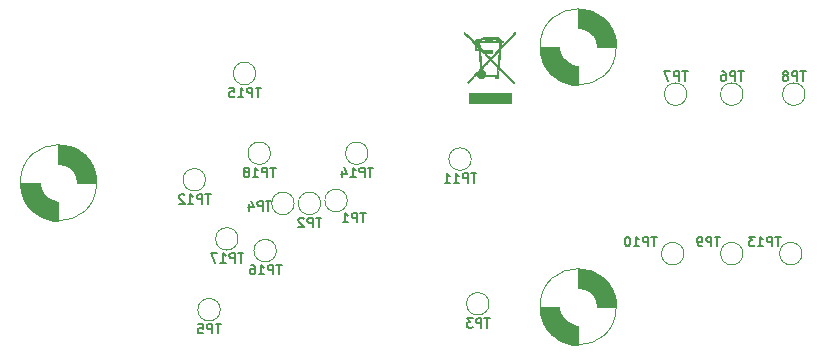
<source format=gbo>
G04 #@! TF.GenerationSoftware,KiCad,Pcbnew,6.0.9-8da3e8f707~116~ubuntu20.04.1*
G04 #@! TF.CreationDate,2023-05-05T17:22:20+00:00*
G04 #@! TF.ProjectId,LEC009002,4c454330-3039-4303-9032-2e6b69636164,rev?*
G04 #@! TF.SameCoordinates,Original*
G04 #@! TF.FileFunction,Legend,Bot*
G04 #@! TF.FilePolarity,Positive*
%FSLAX46Y46*%
G04 Gerber Fmt 4.6, Leading zero omitted, Abs format (unit mm)*
G04 Created by KiCad (PCBNEW 6.0.9-8da3e8f707~116~ubuntu20.04.1) date 2023-05-05 17:22:20*
%MOMM*%
%LPD*%
G01*
G04 APERTURE LIST*
%ADD10C,0.150000*%
%ADD11C,0.120000*%
%ADD12C,0.010000*%
G04 APERTURE END LIST*
D10*
G04 #@! TO.C,TP5*
X64759523Y-48959904D02*
X64302380Y-48959904D01*
X64530952Y-49759904D02*
X64530952Y-48959904D01*
X64035714Y-49759904D02*
X64035714Y-48959904D01*
X63730952Y-48959904D01*
X63654761Y-48998000D01*
X63616666Y-49036095D01*
X63578571Y-49112285D01*
X63578571Y-49226571D01*
X63616666Y-49302761D01*
X63654761Y-49340857D01*
X63730952Y-49378952D01*
X64035714Y-49378952D01*
X62854761Y-48959904D02*
X63235714Y-48959904D01*
X63273809Y-49340857D01*
X63235714Y-49302761D01*
X63159523Y-49264666D01*
X62969047Y-49264666D01*
X62892857Y-49302761D01*
X62854761Y-49340857D01*
X62816666Y-49417047D01*
X62816666Y-49607523D01*
X62854761Y-49683714D01*
X62892857Y-49721809D01*
X62969047Y-49759904D01*
X63159523Y-49759904D01*
X63235714Y-49721809D01*
X63273809Y-49683714D01*
G04 #@! TO.C,TP6*
X109009523Y-27561904D02*
X108552380Y-27561904D01*
X108780952Y-28361904D02*
X108780952Y-27561904D01*
X108285714Y-28361904D02*
X108285714Y-27561904D01*
X107980952Y-27561904D01*
X107904761Y-27600000D01*
X107866666Y-27638095D01*
X107828571Y-27714285D01*
X107828571Y-27828571D01*
X107866666Y-27904761D01*
X107904761Y-27942857D01*
X107980952Y-27980952D01*
X108285714Y-27980952D01*
X107142857Y-27561904D02*
X107295238Y-27561904D01*
X107371428Y-27600000D01*
X107409523Y-27638095D01*
X107485714Y-27752380D01*
X107523809Y-27904761D01*
X107523809Y-28209523D01*
X107485714Y-28285714D01*
X107447619Y-28323809D01*
X107371428Y-28361904D01*
X107219047Y-28361904D01*
X107142857Y-28323809D01*
X107104761Y-28285714D01*
X107066666Y-28209523D01*
X107066666Y-28019047D01*
X107104761Y-27942857D01*
X107142857Y-27904761D01*
X107219047Y-27866666D01*
X107371428Y-27866666D01*
X107447619Y-27904761D01*
X107485714Y-27942857D01*
X107523809Y-28019047D01*
G04 #@! TO.C,TP7*
X104259523Y-27561904D02*
X103802380Y-27561904D01*
X104030952Y-28361904D02*
X104030952Y-27561904D01*
X103535714Y-28361904D02*
X103535714Y-27561904D01*
X103230952Y-27561904D01*
X103154761Y-27600000D01*
X103116666Y-27638095D01*
X103078571Y-27714285D01*
X103078571Y-27828571D01*
X103116666Y-27904761D01*
X103154761Y-27942857D01*
X103230952Y-27980952D01*
X103535714Y-27980952D01*
X102811904Y-27561904D02*
X102278571Y-27561904D01*
X102621428Y-28361904D01*
G04 #@! TO.C,TP8*
X114259523Y-27561904D02*
X113802380Y-27561904D01*
X114030952Y-28361904D02*
X114030952Y-27561904D01*
X113535714Y-28361904D02*
X113535714Y-27561904D01*
X113230952Y-27561904D01*
X113154761Y-27600000D01*
X113116666Y-27638095D01*
X113078571Y-27714285D01*
X113078571Y-27828571D01*
X113116666Y-27904761D01*
X113154761Y-27942857D01*
X113230952Y-27980952D01*
X113535714Y-27980952D01*
X112621428Y-27904761D02*
X112697619Y-27866666D01*
X112735714Y-27828571D01*
X112773809Y-27752380D01*
X112773809Y-27714285D01*
X112735714Y-27638095D01*
X112697619Y-27600000D01*
X112621428Y-27561904D01*
X112469047Y-27561904D01*
X112392857Y-27600000D01*
X112354761Y-27638095D01*
X112316666Y-27714285D01*
X112316666Y-27752380D01*
X112354761Y-27828571D01*
X112392857Y-27866666D01*
X112469047Y-27904761D01*
X112621428Y-27904761D01*
X112697619Y-27942857D01*
X112735714Y-27980952D01*
X112773809Y-28057142D01*
X112773809Y-28209523D01*
X112735714Y-28285714D01*
X112697619Y-28323809D01*
X112621428Y-28361904D01*
X112469047Y-28361904D01*
X112392857Y-28323809D01*
X112354761Y-28285714D01*
X112316666Y-28209523D01*
X112316666Y-28057142D01*
X112354761Y-27980952D01*
X112392857Y-27942857D01*
X112469047Y-27904761D01*
G04 #@! TO.C,TP9*
X107009523Y-41561904D02*
X106552380Y-41561904D01*
X106780952Y-42361904D02*
X106780952Y-41561904D01*
X106285714Y-42361904D02*
X106285714Y-41561904D01*
X105980952Y-41561904D01*
X105904761Y-41600000D01*
X105866666Y-41638095D01*
X105828571Y-41714285D01*
X105828571Y-41828571D01*
X105866666Y-41904761D01*
X105904761Y-41942857D01*
X105980952Y-41980952D01*
X106285714Y-41980952D01*
X105447619Y-42361904D02*
X105295238Y-42361904D01*
X105219047Y-42323809D01*
X105180952Y-42285714D01*
X105104761Y-42171428D01*
X105066666Y-42019047D01*
X105066666Y-41714285D01*
X105104761Y-41638095D01*
X105142857Y-41600000D01*
X105219047Y-41561904D01*
X105371428Y-41561904D01*
X105447619Y-41600000D01*
X105485714Y-41638095D01*
X105523809Y-41714285D01*
X105523809Y-41904761D01*
X105485714Y-41980952D01*
X105447619Y-42019047D01*
X105371428Y-42057142D01*
X105219047Y-42057142D01*
X105142857Y-42019047D01*
X105104761Y-41980952D01*
X105066666Y-41904761D01*
G04 #@! TO.C,TP10*
X101640476Y-41561904D02*
X101183333Y-41561904D01*
X101411904Y-42361904D02*
X101411904Y-41561904D01*
X100916666Y-42361904D02*
X100916666Y-41561904D01*
X100611904Y-41561904D01*
X100535714Y-41600000D01*
X100497619Y-41638095D01*
X100459523Y-41714285D01*
X100459523Y-41828571D01*
X100497619Y-41904761D01*
X100535714Y-41942857D01*
X100611904Y-41980952D01*
X100916666Y-41980952D01*
X99697619Y-42361904D02*
X100154761Y-42361904D01*
X99926190Y-42361904D02*
X99926190Y-41561904D01*
X100002380Y-41676190D01*
X100078571Y-41752380D01*
X100154761Y-41790476D01*
X99202380Y-41561904D02*
X99126190Y-41561904D01*
X99050000Y-41600000D01*
X99011904Y-41638095D01*
X98973809Y-41714285D01*
X98935714Y-41866666D01*
X98935714Y-42057142D01*
X98973809Y-42209523D01*
X99011904Y-42285714D01*
X99050000Y-42323809D01*
X99126190Y-42361904D01*
X99202380Y-42361904D01*
X99278571Y-42323809D01*
X99316666Y-42285714D01*
X99354761Y-42209523D01*
X99392857Y-42057142D01*
X99392857Y-41866666D01*
X99354761Y-41714285D01*
X99316666Y-41638095D01*
X99278571Y-41600000D01*
X99202380Y-41561904D01*
G04 #@! TO.C,TP11*
X86390476Y-36209904D02*
X85933333Y-36209904D01*
X86161904Y-37009904D02*
X86161904Y-36209904D01*
X85666666Y-37009904D02*
X85666666Y-36209904D01*
X85361904Y-36209904D01*
X85285714Y-36248000D01*
X85247619Y-36286095D01*
X85209523Y-36362285D01*
X85209523Y-36476571D01*
X85247619Y-36552761D01*
X85285714Y-36590857D01*
X85361904Y-36628952D01*
X85666666Y-36628952D01*
X84447619Y-37009904D02*
X84904761Y-37009904D01*
X84676190Y-37009904D02*
X84676190Y-36209904D01*
X84752380Y-36324190D01*
X84828571Y-36400380D01*
X84904761Y-36438476D01*
X83685714Y-37009904D02*
X84142857Y-37009904D01*
X83914285Y-37009904D02*
X83914285Y-36209904D01*
X83990476Y-36324190D01*
X84066666Y-36400380D01*
X84142857Y-36438476D01*
G04 #@! TO.C,TP13*
X112140476Y-41561904D02*
X111683333Y-41561904D01*
X111911904Y-42361904D02*
X111911904Y-41561904D01*
X111416666Y-42361904D02*
X111416666Y-41561904D01*
X111111904Y-41561904D01*
X111035714Y-41600000D01*
X110997619Y-41638095D01*
X110959523Y-41714285D01*
X110959523Y-41828571D01*
X110997619Y-41904761D01*
X111035714Y-41942857D01*
X111111904Y-41980952D01*
X111416666Y-41980952D01*
X110197619Y-42361904D02*
X110654761Y-42361904D01*
X110426190Y-42361904D02*
X110426190Y-41561904D01*
X110502380Y-41676190D01*
X110578571Y-41752380D01*
X110654761Y-41790476D01*
X109930952Y-41561904D02*
X109435714Y-41561904D01*
X109702380Y-41866666D01*
X109588095Y-41866666D01*
X109511904Y-41904761D01*
X109473809Y-41942857D01*
X109435714Y-42019047D01*
X109435714Y-42209523D01*
X109473809Y-42285714D01*
X109511904Y-42323809D01*
X109588095Y-42361904D01*
X109816666Y-42361904D01*
X109892857Y-42323809D01*
X109930952Y-42285714D01*
G04 #@! TO.C,TP14*
X77640476Y-35709904D02*
X77183333Y-35709904D01*
X77411904Y-36509904D02*
X77411904Y-35709904D01*
X76916666Y-36509904D02*
X76916666Y-35709904D01*
X76611904Y-35709904D01*
X76535714Y-35748000D01*
X76497619Y-35786095D01*
X76459523Y-35862285D01*
X76459523Y-35976571D01*
X76497619Y-36052761D01*
X76535714Y-36090857D01*
X76611904Y-36128952D01*
X76916666Y-36128952D01*
X75697619Y-36509904D02*
X76154761Y-36509904D01*
X75926190Y-36509904D02*
X75926190Y-35709904D01*
X76002380Y-35824190D01*
X76078571Y-35900380D01*
X76154761Y-35938476D01*
X75011904Y-35976571D02*
X75011904Y-36509904D01*
X75202380Y-35671809D02*
X75392857Y-36243238D01*
X74897619Y-36243238D01*
G04 #@! TO.C,TP15*
X68140476Y-28959904D02*
X67683333Y-28959904D01*
X67911904Y-29759904D02*
X67911904Y-28959904D01*
X67416666Y-29759904D02*
X67416666Y-28959904D01*
X67111904Y-28959904D01*
X67035714Y-28998000D01*
X66997619Y-29036095D01*
X66959523Y-29112285D01*
X66959523Y-29226571D01*
X66997619Y-29302761D01*
X67035714Y-29340857D01*
X67111904Y-29378952D01*
X67416666Y-29378952D01*
X66197619Y-29759904D02*
X66654761Y-29759904D01*
X66426190Y-29759904D02*
X66426190Y-28959904D01*
X66502380Y-29074190D01*
X66578571Y-29150380D01*
X66654761Y-29188476D01*
X65473809Y-28959904D02*
X65854761Y-28959904D01*
X65892857Y-29340857D01*
X65854761Y-29302761D01*
X65778571Y-29264666D01*
X65588095Y-29264666D01*
X65511904Y-29302761D01*
X65473809Y-29340857D01*
X65435714Y-29417047D01*
X65435714Y-29607523D01*
X65473809Y-29683714D01*
X65511904Y-29721809D01*
X65588095Y-29759904D01*
X65778571Y-29759904D01*
X65854761Y-29721809D01*
X65892857Y-29683714D01*
G04 #@! TO.C,TP12*
X63890476Y-37959904D02*
X63433333Y-37959904D01*
X63661904Y-38759904D02*
X63661904Y-37959904D01*
X63166666Y-38759904D02*
X63166666Y-37959904D01*
X62861904Y-37959904D01*
X62785714Y-37998000D01*
X62747619Y-38036095D01*
X62709523Y-38112285D01*
X62709523Y-38226571D01*
X62747619Y-38302761D01*
X62785714Y-38340857D01*
X62861904Y-38378952D01*
X63166666Y-38378952D01*
X61947619Y-38759904D02*
X62404761Y-38759904D01*
X62176190Y-38759904D02*
X62176190Y-37959904D01*
X62252380Y-38074190D01*
X62328571Y-38150380D01*
X62404761Y-38188476D01*
X61642857Y-38036095D02*
X61604761Y-37998000D01*
X61528571Y-37959904D01*
X61338095Y-37959904D01*
X61261904Y-37998000D01*
X61223809Y-38036095D01*
X61185714Y-38112285D01*
X61185714Y-38188476D01*
X61223809Y-38302761D01*
X61680952Y-38759904D01*
X61185714Y-38759904D01*
G04 #@! TO.C,TP1*
X77009523Y-39561904D02*
X76552380Y-39561904D01*
X76780952Y-40361904D02*
X76780952Y-39561904D01*
X76285714Y-40361904D02*
X76285714Y-39561904D01*
X75980952Y-39561904D01*
X75904761Y-39600000D01*
X75866666Y-39638095D01*
X75828571Y-39714285D01*
X75828571Y-39828571D01*
X75866666Y-39904761D01*
X75904761Y-39942857D01*
X75980952Y-39980952D01*
X76285714Y-39980952D01*
X75066666Y-40361904D02*
X75523809Y-40361904D01*
X75295238Y-40361904D02*
X75295238Y-39561904D01*
X75371428Y-39676190D01*
X75447619Y-39752380D01*
X75523809Y-39790476D01*
G04 #@! TO.C,TP2*
X73259523Y-39959904D02*
X72802380Y-39959904D01*
X73030952Y-40759904D02*
X73030952Y-39959904D01*
X72535714Y-40759904D02*
X72535714Y-39959904D01*
X72230952Y-39959904D01*
X72154761Y-39998000D01*
X72116666Y-40036095D01*
X72078571Y-40112285D01*
X72078571Y-40226571D01*
X72116666Y-40302761D01*
X72154761Y-40340857D01*
X72230952Y-40378952D01*
X72535714Y-40378952D01*
X71773809Y-40036095D02*
X71735714Y-39998000D01*
X71659523Y-39959904D01*
X71469047Y-39959904D01*
X71392857Y-39998000D01*
X71354761Y-40036095D01*
X71316666Y-40112285D01*
X71316666Y-40188476D01*
X71354761Y-40302761D01*
X71811904Y-40759904D01*
X71316666Y-40759904D01*
G04 #@! TO.C,TP3*
X87509523Y-48459904D02*
X87052380Y-48459904D01*
X87280952Y-49259904D02*
X87280952Y-48459904D01*
X86785714Y-49259904D02*
X86785714Y-48459904D01*
X86480952Y-48459904D01*
X86404761Y-48498000D01*
X86366666Y-48536095D01*
X86328571Y-48612285D01*
X86328571Y-48726571D01*
X86366666Y-48802761D01*
X86404761Y-48840857D01*
X86480952Y-48878952D01*
X86785714Y-48878952D01*
X86061904Y-48459904D02*
X85566666Y-48459904D01*
X85833333Y-48764666D01*
X85719047Y-48764666D01*
X85642857Y-48802761D01*
X85604761Y-48840857D01*
X85566666Y-48917047D01*
X85566666Y-49107523D01*
X85604761Y-49183714D01*
X85642857Y-49221809D01*
X85719047Y-49259904D01*
X85947619Y-49259904D01*
X86023809Y-49221809D01*
X86061904Y-49183714D01*
G04 #@! TO.C,TP4*
X69009523Y-38561904D02*
X68552380Y-38561904D01*
X68780952Y-39361904D02*
X68780952Y-38561904D01*
X68285714Y-39361904D02*
X68285714Y-38561904D01*
X67980952Y-38561904D01*
X67904761Y-38600000D01*
X67866666Y-38638095D01*
X67828571Y-38714285D01*
X67828571Y-38828571D01*
X67866666Y-38904761D01*
X67904761Y-38942857D01*
X67980952Y-38980952D01*
X68285714Y-38980952D01*
X67142857Y-38828571D02*
X67142857Y-39361904D01*
X67333333Y-38523809D02*
X67523809Y-39095238D01*
X67028571Y-39095238D01*
G04 #@! TO.C,TP16*
X69890476Y-43959904D02*
X69433333Y-43959904D01*
X69661904Y-44759904D02*
X69661904Y-43959904D01*
X69166666Y-44759904D02*
X69166666Y-43959904D01*
X68861904Y-43959904D01*
X68785714Y-43998000D01*
X68747619Y-44036095D01*
X68709523Y-44112285D01*
X68709523Y-44226571D01*
X68747619Y-44302761D01*
X68785714Y-44340857D01*
X68861904Y-44378952D01*
X69166666Y-44378952D01*
X67947619Y-44759904D02*
X68404761Y-44759904D01*
X68176190Y-44759904D02*
X68176190Y-43959904D01*
X68252380Y-44074190D01*
X68328571Y-44150380D01*
X68404761Y-44188476D01*
X67261904Y-43959904D02*
X67414285Y-43959904D01*
X67490476Y-43998000D01*
X67528571Y-44036095D01*
X67604761Y-44150380D01*
X67642857Y-44302761D01*
X67642857Y-44607523D01*
X67604761Y-44683714D01*
X67566666Y-44721809D01*
X67490476Y-44759904D01*
X67338095Y-44759904D01*
X67261904Y-44721809D01*
X67223809Y-44683714D01*
X67185714Y-44607523D01*
X67185714Y-44417047D01*
X67223809Y-44340857D01*
X67261904Y-44302761D01*
X67338095Y-44264666D01*
X67490476Y-44264666D01*
X67566666Y-44302761D01*
X67604761Y-44340857D01*
X67642857Y-44417047D01*
G04 #@! TO.C,TP17*
X66640476Y-42959904D02*
X66183333Y-42959904D01*
X66411904Y-43759904D02*
X66411904Y-42959904D01*
X65916666Y-43759904D02*
X65916666Y-42959904D01*
X65611904Y-42959904D01*
X65535714Y-42998000D01*
X65497619Y-43036095D01*
X65459523Y-43112285D01*
X65459523Y-43226571D01*
X65497619Y-43302761D01*
X65535714Y-43340857D01*
X65611904Y-43378952D01*
X65916666Y-43378952D01*
X64697619Y-43759904D02*
X65154761Y-43759904D01*
X64926190Y-43759904D02*
X64926190Y-42959904D01*
X65002380Y-43074190D01*
X65078571Y-43150380D01*
X65154761Y-43188476D01*
X64430952Y-42959904D02*
X63897619Y-42959904D01*
X64240476Y-43759904D01*
G04 #@! TO.C,TP18*
X69390476Y-35709904D02*
X68933333Y-35709904D01*
X69161904Y-36509904D02*
X69161904Y-35709904D01*
X68666666Y-36509904D02*
X68666666Y-35709904D01*
X68361904Y-35709904D01*
X68285714Y-35748000D01*
X68247619Y-35786095D01*
X68209523Y-35862285D01*
X68209523Y-35976571D01*
X68247619Y-36052761D01*
X68285714Y-36090857D01*
X68361904Y-36128952D01*
X68666666Y-36128952D01*
X67447619Y-36509904D02*
X67904761Y-36509904D01*
X67676190Y-36509904D02*
X67676190Y-35709904D01*
X67752380Y-35824190D01*
X67828571Y-35900380D01*
X67904761Y-35938476D01*
X66990476Y-36052761D02*
X67066666Y-36014666D01*
X67104761Y-35976571D01*
X67142857Y-35900380D01*
X67142857Y-35862285D01*
X67104761Y-35786095D01*
X67066666Y-35748000D01*
X66990476Y-35709904D01*
X66838095Y-35709904D01*
X66761904Y-35748000D01*
X66723809Y-35786095D01*
X66685714Y-35862285D01*
X66685714Y-35900380D01*
X66723809Y-35976571D01*
X66761904Y-36014666D01*
X66838095Y-36052761D01*
X66990476Y-36052761D01*
X67066666Y-36090857D01*
X67104761Y-36128952D01*
X67142857Y-36205142D01*
X67142857Y-36357523D01*
X67104761Y-36433714D01*
X67066666Y-36471809D01*
X66990476Y-36509904D01*
X66838095Y-36509904D01*
X66761904Y-36471809D01*
X66723809Y-36433714D01*
X66685714Y-36357523D01*
X66685714Y-36205142D01*
X66723809Y-36128952D01*
X66761904Y-36090857D01*
X66838095Y-36052761D01*
D11*
G04 #@! TO.C,H1*
X98224903Y-25500000D02*
G75*
G03*
X98224903Y-25500000I-3224903J0D01*
G01*
G36*
X95500000Y-22300000D02*
G01*
X96500000Y-22600000D01*
X97300000Y-23200000D01*
X97800000Y-23900000D01*
X98100000Y-24600000D01*
X98200000Y-25000000D01*
X98200000Y-25500000D01*
X96600000Y-25500000D01*
X96600000Y-25400000D01*
X96500000Y-25000000D01*
X96300000Y-24600000D01*
X95900000Y-24200000D01*
X95500000Y-24000000D01*
X95100000Y-23900000D01*
X95000000Y-23900000D01*
X95000000Y-22275097D01*
X95500000Y-22300000D01*
G37*
D12*
X95500000Y-22300000D02*
X96500000Y-22600000D01*
X97300000Y-23200000D01*
X97800000Y-23900000D01*
X98100000Y-24600000D01*
X98200000Y-25000000D01*
X98200000Y-25500000D01*
X96600000Y-25500000D01*
X96600000Y-25400000D01*
X96500000Y-25000000D01*
X96300000Y-24600000D01*
X95900000Y-24200000D01*
X95500000Y-24000000D01*
X95100000Y-23900000D01*
X95000000Y-23900000D01*
X95000000Y-22275097D01*
X95500000Y-22300000D01*
G36*
X93400000Y-25600000D02*
G01*
X93500000Y-26000000D01*
X93700000Y-26400000D01*
X94100000Y-26800000D01*
X94500000Y-27000000D01*
X94900000Y-27100000D01*
X95000000Y-27100000D01*
X95000000Y-28724903D01*
X94500000Y-28700000D01*
X93500000Y-28400000D01*
X92700000Y-27800000D01*
X92200000Y-27100000D01*
X91900000Y-26400000D01*
X91800000Y-26000000D01*
X91800000Y-25500000D01*
X93400000Y-25500000D01*
X93400000Y-25600000D01*
G37*
X93400000Y-25600000D02*
X93500000Y-26000000D01*
X93700000Y-26400000D01*
X94100000Y-26800000D01*
X94500000Y-27000000D01*
X94900000Y-27100000D01*
X95000000Y-27100000D01*
X95000000Y-28724903D01*
X94500000Y-28700000D01*
X93500000Y-28400000D01*
X92700000Y-27800000D01*
X92200000Y-27100000D01*
X91900000Y-26400000D01*
X91800000Y-26000000D01*
X91800000Y-25500000D01*
X93400000Y-25500000D01*
X93400000Y-25600000D01*
D11*
G04 #@! TO.C,H2*
X98224903Y-47500000D02*
G75*
G03*
X98224903Y-47500000I-3224903J0D01*
G01*
G36*
X93400000Y-47600000D02*
G01*
X93500000Y-48000000D01*
X93700000Y-48400000D01*
X94100000Y-48800000D01*
X94500000Y-49000000D01*
X94900000Y-49100000D01*
X95000000Y-49100000D01*
X95000000Y-50724903D01*
X94500000Y-50700000D01*
X93500000Y-50400000D01*
X92700000Y-49800000D01*
X92200000Y-49100000D01*
X91900000Y-48400000D01*
X91800000Y-48000000D01*
X91800000Y-47500000D01*
X93400000Y-47500000D01*
X93400000Y-47600000D01*
G37*
D12*
X93400000Y-47600000D02*
X93500000Y-48000000D01*
X93700000Y-48400000D01*
X94100000Y-48800000D01*
X94500000Y-49000000D01*
X94900000Y-49100000D01*
X95000000Y-49100000D01*
X95000000Y-50724903D01*
X94500000Y-50700000D01*
X93500000Y-50400000D01*
X92700000Y-49800000D01*
X92200000Y-49100000D01*
X91900000Y-48400000D01*
X91800000Y-48000000D01*
X91800000Y-47500000D01*
X93400000Y-47500000D01*
X93400000Y-47600000D01*
G36*
X95500000Y-44300000D02*
G01*
X96500000Y-44600000D01*
X97300000Y-45200000D01*
X97800000Y-45900000D01*
X98100000Y-46600000D01*
X98200000Y-47000000D01*
X98200000Y-47500000D01*
X96600000Y-47500000D01*
X96600000Y-47400000D01*
X96500000Y-47000000D01*
X96300000Y-46600000D01*
X95900000Y-46200000D01*
X95500000Y-46000000D01*
X95100000Y-45900000D01*
X95000000Y-45900000D01*
X95000000Y-44275097D01*
X95500000Y-44300000D01*
G37*
X95500000Y-44300000D02*
X96500000Y-44600000D01*
X97300000Y-45200000D01*
X97800000Y-45900000D01*
X98100000Y-46600000D01*
X98200000Y-47000000D01*
X98200000Y-47500000D01*
X96600000Y-47500000D01*
X96600000Y-47400000D01*
X96500000Y-47000000D01*
X96300000Y-46600000D01*
X95900000Y-46200000D01*
X95500000Y-46000000D01*
X95100000Y-45900000D01*
X95000000Y-45900000D01*
X95000000Y-44275097D01*
X95500000Y-44300000D01*
D11*
G04 #@! TO.C,H3*
X54224903Y-37000000D02*
G75*
G03*
X54224903Y-37000000I-3224903J0D01*
G01*
G36*
X51500000Y-33800000D02*
G01*
X52500000Y-34100000D01*
X53300000Y-34700000D01*
X53800000Y-35400000D01*
X54100000Y-36100000D01*
X54200000Y-36500000D01*
X54200000Y-37000000D01*
X52600000Y-37000000D01*
X52600000Y-36900000D01*
X52500000Y-36500000D01*
X52300000Y-36100000D01*
X51900000Y-35700000D01*
X51500000Y-35500000D01*
X51100000Y-35400000D01*
X51000000Y-35400000D01*
X51000000Y-33775097D01*
X51500000Y-33800000D01*
G37*
D12*
X51500000Y-33800000D02*
X52500000Y-34100000D01*
X53300000Y-34700000D01*
X53800000Y-35400000D01*
X54100000Y-36100000D01*
X54200000Y-36500000D01*
X54200000Y-37000000D01*
X52600000Y-37000000D01*
X52600000Y-36900000D01*
X52500000Y-36500000D01*
X52300000Y-36100000D01*
X51900000Y-35700000D01*
X51500000Y-35500000D01*
X51100000Y-35400000D01*
X51000000Y-35400000D01*
X51000000Y-33775097D01*
X51500000Y-33800000D01*
G36*
X49400000Y-37100000D02*
G01*
X49500000Y-37500000D01*
X49700000Y-37900000D01*
X50100000Y-38300000D01*
X50500000Y-38500000D01*
X50900000Y-38600000D01*
X51000000Y-38600000D01*
X51000000Y-40224903D01*
X50500000Y-40200000D01*
X49500000Y-39900000D01*
X48700000Y-39300000D01*
X48200000Y-38600000D01*
X47900000Y-37900000D01*
X47800000Y-37500000D01*
X47800000Y-37000000D01*
X49400000Y-37000000D01*
X49400000Y-37100000D01*
G37*
X49400000Y-37100000D02*
X49500000Y-37500000D01*
X49700000Y-37900000D01*
X50100000Y-38300000D01*
X50500000Y-38500000D01*
X50900000Y-38600000D01*
X51000000Y-38600000D01*
X51000000Y-40224903D01*
X50500000Y-40200000D01*
X49500000Y-39900000D01*
X48700000Y-39300000D01*
X48200000Y-38600000D01*
X47900000Y-37900000D01*
X47800000Y-37500000D01*
X47800000Y-37000000D01*
X49400000Y-37000000D01*
X49400000Y-37100000D01*
D11*
G04 #@! TO.C,TP5*
X64700000Y-47750000D02*
G75*
G03*
X64700000Y-47750000I-950000J0D01*
G01*
G04 #@! TO.C,TP6*
X108950000Y-29500000D02*
G75*
G03*
X108950000Y-29500000I-950000J0D01*
G01*
G04 #@! TO.C,TP7*
X104200000Y-29500000D02*
G75*
G03*
X104200000Y-29500000I-950000J0D01*
G01*
G04 #@! TO.C,TP8*
X114200000Y-29500000D02*
G75*
G03*
X114200000Y-29500000I-950000J0D01*
G01*
G04 #@! TO.C,TP9*
X108950000Y-43000000D02*
G75*
G03*
X108950000Y-43000000I-950000J0D01*
G01*
G04 #@! TO.C,TP10*
X103950000Y-43000000D02*
G75*
G03*
X103950000Y-43000000I-950000J0D01*
G01*
G04 #@! TO.C,TP11*
X85950000Y-35000000D02*
G75*
G03*
X85950000Y-35000000I-950000J0D01*
G01*
G04 #@! TO.C,TP13*
X113950000Y-43000000D02*
G75*
G03*
X113950000Y-43000000I-950000J0D01*
G01*
G04 #@! TO.C,TP14*
X77200000Y-34500000D02*
G75*
G03*
X77200000Y-34500000I-950000J0D01*
G01*
G04 #@! TO.C,TP15*
X67700000Y-27750000D02*
G75*
G03*
X67700000Y-27750000I-950000J0D01*
G01*
G04 #@! TO.C,TP12*
X63450000Y-36750000D02*
G75*
G03*
X63450000Y-36750000I-950000J0D01*
G01*
G04 #@! TO.C,REF\u002A\u002A*
G36*
X89272971Y-30267822D02*
G01*
X85752178Y-30267822D01*
X85752178Y-29400198D01*
X89272971Y-29400198D01*
X89272971Y-30267822D01*
G37*
D12*
X89272971Y-30267822D02*
X85752178Y-30267822D01*
X85752178Y-29400198D01*
X89272971Y-29400198D01*
X89272971Y-30267822D01*
G36*
X88511662Y-25010696D02*
G01*
X88551314Y-25011782D01*
X88619109Y-25011782D01*
X88619109Y-25124951D01*
X88459577Y-25124951D01*
X88444682Y-25302732D01*
X88442682Y-25327037D01*
X88438023Y-25387880D01*
X88434731Y-25437389D01*
X88433092Y-25470992D01*
X88433390Y-25484116D01*
X88437724Y-25480343D01*
X88457496Y-25460676D01*
X88491679Y-25425818D01*
X88538541Y-25377576D01*
X88596354Y-25317757D01*
X88663387Y-25248167D01*
X88737912Y-25170615D01*
X88818197Y-25086907D01*
X88902513Y-24998849D01*
X88989130Y-24908250D01*
X89076319Y-24816915D01*
X89162349Y-24726653D01*
X89245492Y-24639269D01*
X89324016Y-24556572D01*
X89396192Y-24480368D01*
X89460291Y-24412463D01*
X89514583Y-24354666D01*
X89611592Y-24251040D01*
X89612034Y-24339315D01*
X89612475Y-24427589D01*
X89011938Y-25059158D01*
X88411401Y-25690726D01*
X88399396Y-25834674D01*
X88351365Y-26410635D01*
X88342876Y-26512791D01*
X88332343Y-26640612D01*
X88322621Y-26759767D01*
X88313898Y-26867914D01*
X88306358Y-26962713D01*
X88300187Y-27041819D01*
X88295573Y-27102892D01*
X88292700Y-27143590D01*
X88291754Y-27161570D01*
X88294251Y-27169808D01*
X88305471Y-27187599D01*
X88326751Y-27214411D01*
X88337021Y-27226129D01*
X88359225Y-27251466D01*
X88404023Y-27299986D01*
X88462281Y-27361192D01*
X88535129Y-27436307D01*
X88623703Y-27526550D01*
X88729134Y-27633145D01*
X88798492Y-27703093D01*
X88895179Y-27800658D01*
X88991526Y-27897941D01*
X89084638Y-27992014D01*
X89171618Y-28079950D01*
X89249569Y-28158820D01*
X89315596Y-28225699D01*
X89366802Y-28277658D01*
X89567514Y-28481620D01*
X89531058Y-28519671D01*
X89522460Y-28528245D01*
X89497095Y-28549297D01*
X89479695Y-28557723D01*
X89466071Y-28550530D01*
X89440743Y-28528944D01*
X89410379Y-28497995D01*
X89391896Y-28478448D01*
X89357427Y-28442752D01*
X89308712Y-28392684D01*
X89247469Y-28330001D01*
X89175420Y-28256457D01*
X89094285Y-28173810D01*
X89005784Y-28083815D01*
X88911637Y-27988228D01*
X88813565Y-27888805D01*
X88271161Y-27339343D01*
X88249066Y-27624746D01*
X88244250Y-27685662D01*
X88237216Y-27767548D01*
X88230872Y-27829569D01*
X88224748Y-27874987D01*
X88218373Y-27907062D01*
X88211277Y-27929052D01*
X88202991Y-27944219D01*
X88191393Y-27965416D01*
X88181850Y-28004386D01*
X88179010Y-28060531D01*
X88179010Y-28142773D01*
X87952674Y-28142773D01*
X87952674Y-27966733D01*
X87107082Y-27966733D01*
X87058203Y-28022262D01*
X87044836Y-28036722D01*
X86972388Y-28094813D01*
X86890532Y-28130576D01*
X86801900Y-28142773D01*
X86723692Y-28136306D01*
X86635233Y-28109047D01*
X86559507Y-28060328D01*
X86544748Y-28046403D01*
X86507864Y-28001328D01*
X86475503Y-27948819D01*
X86452297Y-27897061D01*
X86442879Y-27854239D01*
X86442697Y-27848023D01*
X86441342Y-27825246D01*
X86437800Y-27809513D01*
X86430390Y-27802068D01*
X86417431Y-27804156D01*
X86397243Y-27817020D01*
X86368145Y-27841905D01*
X86328456Y-27880053D01*
X86276496Y-27932710D01*
X86210584Y-28001119D01*
X86129040Y-28086524D01*
X86085604Y-28132112D01*
X86013000Y-28208441D01*
X85944309Y-28280808D01*
X85882223Y-28346366D01*
X85829434Y-28402274D01*
X85788634Y-28445686D01*
X85762515Y-28473758D01*
X85691119Y-28551436D01*
X85602863Y-28463416D01*
X86148690Y-27891287D01*
X86183105Y-27855188D01*
X86305546Y-27726272D01*
X86410651Y-27614754D01*
X86498736Y-27520288D01*
X86570116Y-27442529D01*
X86620588Y-27386174D01*
X86827247Y-27386174D01*
X86828872Y-27399434D01*
X86829156Y-27400819D01*
X86842698Y-27432228D01*
X86869748Y-27446863D01*
X86953129Y-27478063D01*
X87027418Y-27530038D01*
X87085846Y-27598791D01*
X87125890Y-27681315D01*
X87145026Y-27774606D01*
X87151364Y-27853565D01*
X88100838Y-27853565D01*
X88107458Y-27825273D01*
X88108629Y-27818329D01*
X88112268Y-27787281D01*
X88117234Y-27737081D01*
X88123157Y-27671727D01*
X88129669Y-27595219D01*
X88136401Y-27511555D01*
X88158724Y-27226129D01*
X87857826Y-26920565D01*
X87802636Y-26864704D01*
X87735109Y-26796888D01*
X87674529Y-26736643D01*
X87623021Y-26686052D01*
X87582710Y-26647200D01*
X87555722Y-26622170D01*
X87544182Y-26613046D01*
X87536444Y-26617405D01*
X87513395Y-26637241D01*
X87478709Y-26670375D01*
X87435487Y-26713820D01*
X87386832Y-26764587D01*
X87374140Y-26778051D01*
X87317229Y-26838275D01*
X87249414Y-26909864D01*
X87175800Y-26987437D01*
X87101493Y-27065611D01*
X87031599Y-27139005D01*
X87027401Y-27143409D01*
X86962420Y-27211785D01*
X86912836Y-27264732D01*
X86876688Y-27304767D01*
X86852016Y-27334411D01*
X86836858Y-27356181D01*
X86829256Y-27372595D01*
X86827247Y-27386174D01*
X86620588Y-27386174D01*
X86625105Y-27381131D01*
X86664019Y-27335748D01*
X86687173Y-27306035D01*
X86694882Y-27291644D01*
X86694883Y-27291559D01*
X86693825Y-27273624D01*
X86690737Y-27233421D01*
X86685858Y-27173687D01*
X86679432Y-27097158D01*
X86671700Y-27006569D01*
X86662905Y-26904657D01*
X86653287Y-26794159D01*
X86643091Y-26677811D01*
X86632556Y-26558348D01*
X86621926Y-26438507D01*
X86611442Y-26321025D01*
X86601346Y-26208637D01*
X86591881Y-26104081D01*
X86583288Y-26010091D01*
X86575809Y-25929405D01*
X86569687Y-25864759D01*
X86565162Y-25818888D01*
X86562478Y-25794530D01*
X86557067Y-25753732D01*
X86686253Y-25753732D01*
X86687908Y-25784653D01*
X86691549Y-25836653D01*
X86696995Y-25907487D01*
X86704063Y-25994911D01*
X86712570Y-26096681D01*
X86722335Y-26210552D01*
X86733174Y-26334279D01*
X86744907Y-26465618D01*
X86754079Y-26566908D01*
X86765566Y-26692526D01*
X86776322Y-26808762D01*
X86786131Y-26913380D01*
X86794781Y-27004140D01*
X86802057Y-27078804D01*
X86807746Y-27135134D01*
X86811634Y-27170891D01*
X86813506Y-27183837D01*
X86819188Y-27179826D01*
X86840020Y-27160138D01*
X86873872Y-27126322D01*
X86918412Y-27080837D01*
X86971310Y-27026146D01*
X87030236Y-26964710D01*
X87092858Y-26898990D01*
X87156848Y-26831449D01*
X87219874Y-26764547D01*
X87279606Y-26700746D01*
X87333713Y-26642507D01*
X87379865Y-26592292D01*
X87415733Y-26552563D01*
X87438984Y-26525780D01*
X87445778Y-26516477D01*
X87627601Y-26516477D01*
X87903305Y-26791968D01*
X87970726Y-26859224D01*
X88034267Y-26922162D01*
X88083490Y-26970100D01*
X88120196Y-27004594D01*
X88146190Y-27027199D01*
X88163276Y-27039471D01*
X88173256Y-27042966D01*
X88177935Y-27039238D01*
X88179116Y-27029844D01*
X88179873Y-27014749D01*
X88182601Y-26975883D01*
X88187108Y-26916895D01*
X88193179Y-26840473D01*
X88200596Y-26749305D01*
X88209142Y-26646080D01*
X88218602Y-26533483D01*
X88228758Y-26414205D01*
X88237723Y-26309077D01*
X88247066Y-26198351D01*
X88255443Y-26097814D01*
X88262653Y-26009943D01*
X88268496Y-25937215D01*
X88272769Y-25882110D01*
X88275273Y-25847104D01*
X88275805Y-25834674D01*
X88275384Y-25834908D01*
X88263509Y-25846350D01*
X88237130Y-25873198D01*
X88198570Y-25913018D01*
X88150153Y-25963372D01*
X88094203Y-26021828D01*
X88033042Y-26085948D01*
X87968995Y-26153298D01*
X87904385Y-26221443D01*
X87841535Y-26287948D01*
X87782768Y-26350377D01*
X87730409Y-26406295D01*
X87629533Y-26514406D01*
X87627601Y-26516477D01*
X87445778Y-26516477D01*
X87447290Y-26514406D01*
X87439148Y-26503383D01*
X87415478Y-26476999D01*
X87378478Y-26437527D01*
X87330350Y-26387191D01*
X87273296Y-26328217D01*
X87209520Y-26262830D01*
X87141222Y-26193255D01*
X87070605Y-26121716D01*
X86999871Y-26050438D01*
X86931222Y-25981647D01*
X86866861Y-25917566D01*
X86808989Y-25860422D01*
X86759810Y-25812439D01*
X86721524Y-25775841D01*
X86696334Y-25752854D01*
X86686442Y-25745703D01*
X86686253Y-25753732D01*
X86557067Y-25753732D01*
X86555390Y-25741089D01*
X86280297Y-25741089D01*
X86280140Y-25640495D01*
X86380891Y-25640495D01*
X86462624Y-25640495D01*
X86469895Y-25640489D01*
X86510950Y-25639613D01*
X86533277Y-25635867D01*
X86542529Y-25627270D01*
X86544357Y-25611840D01*
X86536306Y-25589159D01*
X86508730Y-25551428D01*
X86462624Y-25502179D01*
X86380891Y-25421172D01*
X86380891Y-25640495D01*
X86280140Y-25640495D01*
X86279968Y-25530471D01*
X86279639Y-25319852D01*
X85827914Y-24860891D01*
X85376189Y-24401931D01*
X85375570Y-24314848D01*
X85374951Y-24227767D01*
X85916769Y-24776952D01*
X85969137Y-24829998D01*
X86077803Y-24939772D01*
X86170709Y-25033114D01*
X86249055Y-25111173D01*
X86314043Y-25175097D01*
X86366872Y-25226035D01*
X86408743Y-25265135D01*
X86440855Y-25293548D01*
X86464410Y-25312420D01*
X86480608Y-25322901D01*
X86490649Y-25326139D01*
X86507579Y-25325158D01*
X86517084Y-25317996D01*
X86518723Y-25298401D01*
X86514782Y-25260124D01*
X86512065Y-25236025D01*
X86508284Y-25195744D01*
X86506760Y-25168961D01*
X86506015Y-25159728D01*
X86498746Y-25149839D01*
X86478668Y-25146562D01*
X86439689Y-25147992D01*
X86429737Y-25148553D01*
X86389898Y-25147921D01*
X86361560Y-25139167D01*
X86341586Y-25124951D01*
X86624852Y-25124951D01*
X86629013Y-25172104D01*
X86630935Y-25193498D01*
X86636924Y-25251909D01*
X86642826Y-25290381D01*
X86649727Y-25312912D01*
X86658712Y-25323498D01*
X86670870Y-25326139D01*
X86681801Y-25327937D01*
X86689050Y-25336530D01*
X86693100Y-25356505D01*
X86694863Y-25392450D01*
X86695248Y-25448952D01*
X86695248Y-25571766D01*
X86735447Y-25611840D01*
X86833565Y-25709654D01*
X86971881Y-25847542D01*
X86971881Y-25741089D01*
X87726337Y-25741089D01*
X87726337Y-25980000D01*
X87107831Y-25980000D01*
X87317592Y-26196906D01*
X87357770Y-26238334D01*
X87413328Y-26295200D01*
X87461570Y-26344082D01*
X87499971Y-26382441D01*
X87526003Y-26407741D01*
X87537140Y-26417442D01*
X87541373Y-26414767D01*
X87561224Y-26396782D01*
X87595451Y-26363481D01*
X87642227Y-26316712D01*
X87699724Y-26258325D01*
X87766112Y-26190169D01*
X87839564Y-26114094D01*
X87918251Y-26031950D01*
X87997341Y-25948943D01*
X88074871Y-25867136D01*
X88137746Y-25800083D01*
X88187502Y-25746007D01*
X88225678Y-25703129D01*
X88253811Y-25669673D01*
X88273440Y-25643861D01*
X88286101Y-25623914D01*
X88293334Y-25608056D01*
X88296675Y-25594509D01*
X88297561Y-25587910D01*
X88301488Y-25551548D01*
X88306459Y-25498018D01*
X88311927Y-25433421D01*
X88317344Y-25363862D01*
X88319181Y-25339635D01*
X88324488Y-25274178D01*
X88329548Y-25217717D01*
X88333863Y-25175618D01*
X88336934Y-25153243D01*
X88342955Y-25124951D01*
X86624852Y-25124951D01*
X86341586Y-25124951D01*
X86333630Y-25119289D01*
X86328820Y-25115104D01*
X86289482Y-25064427D01*
X86273903Y-25011782D01*
X86614698Y-25011782D01*
X88029221Y-25011782D01*
X88241881Y-25011782D01*
X88298908Y-25011782D01*
X88315993Y-25011662D01*
X88341308Y-25009462D01*
X88348616Y-25002334D01*
X88342943Y-24987508D01*
X88341267Y-24984682D01*
X88322448Y-24962944D01*
X88295183Y-24938820D01*
X88267987Y-24919254D01*
X88249371Y-24911188D01*
X88247697Y-24912463D01*
X88243544Y-24929976D01*
X88241881Y-24961485D01*
X88241881Y-25011782D01*
X88029221Y-25011782D01*
X88025526Y-24921095D01*
X88021832Y-24830407D01*
X87946386Y-24815252D01*
X87908551Y-24808379D01*
X87845368Y-24798756D01*
X87786065Y-24791496D01*
X87701188Y-24782893D01*
X87701188Y-24886040D01*
X87122773Y-24886040D01*
X87122773Y-24795122D01*
X87050471Y-24803753D01*
X86939998Y-24822249D01*
X86828816Y-24855691D01*
X86736850Y-24902324D01*
X86662542Y-24962786D01*
X86614698Y-25011782D01*
X86273903Y-25011782D01*
X86272172Y-25005934D01*
X86277474Y-24944575D01*
X86305975Y-24885297D01*
X86308733Y-24881606D01*
X86346822Y-24849851D01*
X86396476Y-24831067D01*
X86450002Y-24826071D01*
X86499707Y-24835678D01*
X86537900Y-24860704D01*
X86550831Y-24873480D01*
X86563428Y-24876576D01*
X86581467Y-24866998D01*
X86611928Y-24843082D01*
X86621274Y-24835731D01*
X86693430Y-24789339D01*
X86778915Y-24748084D01*
X86848830Y-24722575D01*
X87223367Y-24722575D01*
X87223367Y-24785446D01*
X87600594Y-24785446D01*
X87600594Y-24722575D01*
X87223367Y-24722575D01*
X86848830Y-24722575D01*
X86869767Y-24714936D01*
X86958027Y-24692868D01*
X87035736Y-24684852D01*
X87043991Y-24684788D01*
X87089879Y-24680321D01*
X87115079Y-24667795D01*
X87122773Y-24645784D01*
X87123676Y-24638849D01*
X87128615Y-24632885D01*
X87140611Y-24628519D01*
X87162680Y-24625503D01*
X87197836Y-24623590D01*
X87249094Y-24622530D01*
X87319471Y-24622077D01*
X87411980Y-24621980D01*
X87498660Y-24622150D01*
X87572332Y-24622834D01*
X87626265Y-24624215D01*
X87663288Y-24626470D01*
X87686230Y-24629778D01*
X87697920Y-24634320D01*
X87701188Y-24640272D01*
X87711937Y-24654888D01*
X87742055Y-24664215D01*
X87753582Y-24665847D01*
X87792886Y-24671591D01*
X87845188Y-24679378D01*
X87902376Y-24688003D01*
X87933916Y-24692393D01*
X87980074Y-24697148D01*
X88012641Y-24698295D01*
X88026023Y-24695495D01*
X88028308Y-24693671D01*
X88049405Y-24689165D01*
X88087355Y-24686029D01*
X88136048Y-24684852D01*
X88241881Y-24684852D01*
X88241894Y-24722575D01*
X88241894Y-24725718D01*
X88242388Y-24738668D01*
X88248819Y-24760411D01*
X88267123Y-24778851D01*
X88302830Y-24800801D01*
X88334174Y-24820854D01*
X88381893Y-24859356D01*
X88425138Y-24902579D01*
X88458219Y-24944627D01*
X88475442Y-24979604D01*
X88479662Y-24993081D01*
X88487480Y-25002334D01*
X88490116Y-25005454D01*
X88511662Y-25010696D01*
G37*
X88511662Y-25010696D02*
X88551314Y-25011782D01*
X88619109Y-25011782D01*
X88619109Y-25124951D01*
X88459577Y-25124951D01*
X88444682Y-25302732D01*
X88442682Y-25327037D01*
X88438023Y-25387880D01*
X88434731Y-25437389D01*
X88433092Y-25470992D01*
X88433390Y-25484116D01*
X88437724Y-25480343D01*
X88457496Y-25460676D01*
X88491679Y-25425818D01*
X88538541Y-25377576D01*
X88596354Y-25317757D01*
X88663387Y-25248167D01*
X88737912Y-25170615D01*
X88818197Y-25086907D01*
X88902513Y-24998849D01*
X88989130Y-24908250D01*
X89076319Y-24816915D01*
X89162349Y-24726653D01*
X89245492Y-24639269D01*
X89324016Y-24556572D01*
X89396192Y-24480368D01*
X89460291Y-24412463D01*
X89514583Y-24354666D01*
X89611592Y-24251040D01*
X89612034Y-24339315D01*
X89612475Y-24427589D01*
X89011938Y-25059158D01*
X88411401Y-25690726D01*
X88399396Y-25834674D01*
X88351365Y-26410635D01*
X88342876Y-26512791D01*
X88332343Y-26640612D01*
X88322621Y-26759767D01*
X88313898Y-26867914D01*
X88306358Y-26962713D01*
X88300187Y-27041819D01*
X88295573Y-27102892D01*
X88292700Y-27143590D01*
X88291754Y-27161570D01*
X88294251Y-27169808D01*
X88305471Y-27187599D01*
X88326751Y-27214411D01*
X88337021Y-27226129D01*
X88359225Y-27251466D01*
X88404023Y-27299986D01*
X88462281Y-27361192D01*
X88535129Y-27436307D01*
X88623703Y-27526550D01*
X88729134Y-27633145D01*
X88798492Y-27703093D01*
X88895179Y-27800658D01*
X88991526Y-27897941D01*
X89084638Y-27992014D01*
X89171618Y-28079950D01*
X89249569Y-28158820D01*
X89315596Y-28225699D01*
X89366802Y-28277658D01*
X89567514Y-28481620D01*
X89531058Y-28519671D01*
X89522460Y-28528245D01*
X89497095Y-28549297D01*
X89479695Y-28557723D01*
X89466071Y-28550530D01*
X89440743Y-28528944D01*
X89410379Y-28497995D01*
X89391896Y-28478448D01*
X89357427Y-28442752D01*
X89308712Y-28392684D01*
X89247469Y-28330001D01*
X89175420Y-28256457D01*
X89094285Y-28173810D01*
X89005784Y-28083815D01*
X88911637Y-27988228D01*
X88813565Y-27888805D01*
X88271161Y-27339343D01*
X88249066Y-27624746D01*
X88244250Y-27685662D01*
X88237216Y-27767548D01*
X88230872Y-27829569D01*
X88224748Y-27874987D01*
X88218373Y-27907062D01*
X88211277Y-27929052D01*
X88202991Y-27944219D01*
X88191393Y-27965416D01*
X88181850Y-28004386D01*
X88179010Y-28060531D01*
X88179010Y-28142773D01*
X87952674Y-28142773D01*
X87952674Y-27966733D01*
X87107082Y-27966733D01*
X87058203Y-28022262D01*
X87044836Y-28036722D01*
X86972388Y-28094813D01*
X86890532Y-28130576D01*
X86801900Y-28142773D01*
X86723692Y-28136306D01*
X86635233Y-28109047D01*
X86559507Y-28060328D01*
X86544748Y-28046403D01*
X86507864Y-28001328D01*
X86475503Y-27948819D01*
X86452297Y-27897061D01*
X86442879Y-27854239D01*
X86442697Y-27848023D01*
X86441342Y-27825246D01*
X86437800Y-27809513D01*
X86430390Y-27802068D01*
X86417431Y-27804156D01*
X86397243Y-27817020D01*
X86368145Y-27841905D01*
X86328456Y-27880053D01*
X86276496Y-27932710D01*
X86210584Y-28001119D01*
X86129040Y-28086524D01*
X86085604Y-28132112D01*
X86013000Y-28208441D01*
X85944309Y-28280808D01*
X85882223Y-28346366D01*
X85829434Y-28402274D01*
X85788634Y-28445686D01*
X85762515Y-28473758D01*
X85691119Y-28551436D01*
X85602863Y-28463416D01*
X86148690Y-27891287D01*
X86183105Y-27855188D01*
X86305546Y-27726272D01*
X86410651Y-27614754D01*
X86498736Y-27520288D01*
X86570116Y-27442529D01*
X86620588Y-27386174D01*
X86827247Y-27386174D01*
X86828872Y-27399434D01*
X86829156Y-27400819D01*
X86842698Y-27432228D01*
X86869748Y-27446863D01*
X86953129Y-27478063D01*
X87027418Y-27530038D01*
X87085846Y-27598791D01*
X87125890Y-27681315D01*
X87145026Y-27774606D01*
X87151364Y-27853565D01*
X88100838Y-27853565D01*
X88107458Y-27825273D01*
X88108629Y-27818329D01*
X88112268Y-27787281D01*
X88117234Y-27737081D01*
X88123157Y-27671727D01*
X88129669Y-27595219D01*
X88136401Y-27511555D01*
X88158724Y-27226129D01*
X87857826Y-26920565D01*
X87802636Y-26864704D01*
X87735109Y-26796888D01*
X87674529Y-26736643D01*
X87623021Y-26686052D01*
X87582710Y-26647200D01*
X87555722Y-26622170D01*
X87544182Y-26613046D01*
X87536444Y-26617405D01*
X87513395Y-26637241D01*
X87478709Y-26670375D01*
X87435487Y-26713820D01*
X87386832Y-26764587D01*
X87374140Y-26778051D01*
X87317229Y-26838275D01*
X87249414Y-26909864D01*
X87175800Y-26987437D01*
X87101493Y-27065611D01*
X87031599Y-27139005D01*
X87027401Y-27143409D01*
X86962420Y-27211785D01*
X86912836Y-27264732D01*
X86876688Y-27304767D01*
X86852016Y-27334411D01*
X86836858Y-27356181D01*
X86829256Y-27372595D01*
X86827247Y-27386174D01*
X86620588Y-27386174D01*
X86625105Y-27381131D01*
X86664019Y-27335748D01*
X86687173Y-27306035D01*
X86694882Y-27291644D01*
X86694883Y-27291559D01*
X86693825Y-27273624D01*
X86690737Y-27233421D01*
X86685858Y-27173687D01*
X86679432Y-27097158D01*
X86671700Y-27006569D01*
X86662905Y-26904657D01*
X86653287Y-26794159D01*
X86643091Y-26677811D01*
X86632556Y-26558348D01*
X86621926Y-26438507D01*
X86611442Y-26321025D01*
X86601346Y-26208637D01*
X86591881Y-26104081D01*
X86583288Y-26010091D01*
X86575809Y-25929405D01*
X86569687Y-25864759D01*
X86565162Y-25818888D01*
X86562478Y-25794530D01*
X86557067Y-25753732D01*
X86686253Y-25753732D01*
X86687908Y-25784653D01*
X86691549Y-25836653D01*
X86696995Y-25907487D01*
X86704063Y-25994911D01*
X86712570Y-26096681D01*
X86722335Y-26210552D01*
X86733174Y-26334279D01*
X86744907Y-26465618D01*
X86754079Y-26566908D01*
X86765566Y-26692526D01*
X86776322Y-26808762D01*
X86786131Y-26913380D01*
X86794781Y-27004140D01*
X86802057Y-27078804D01*
X86807746Y-27135134D01*
X86811634Y-27170891D01*
X86813506Y-27183837D01*
X86819188Y-27179826D01*
X86840020Y-27160138D01*
X86873872Y-27126322D01*
X86918412Y-27080837D01*
X86971310Y-27026146D01*
X87030236Y-26964710D01*
X87092858Y-26898990D01*
X87156848Y-26831449D01*
X87219874Y-26764547D01*
X87279606Y-26700746D01*
X87333713Y-26642507D01*
X87379865Y-26592292D01*
X87415733Y-26552563D01*
X87438984Y-26525780D01*
X87445778Y-26516477D01*
X87627601Y-26516477D01*
X87903305Y-26791968D01*
X87970726Y-26859224D01*
X88034267Y-26922162D01*
X88083490Y-26970100D01*
X88120196Y-27004594D01*
X88146190Y-27027199D01*
X88163276Y-27039471D01*
X88173256Y-27042966D01*
X88177935Y-27039238D01*
X88179116Y-27029844D01*
X88179873Y-27014749D01*
X88182601Y-26975883D01*
X88187108Y-26916895D01*
X88193179Y-26840473D01*
X88200596Y-26749305D01*
X88209142Y-26646080D01*
X88218602Y-26533483D01*
X88228758Y-26414205D01*
X88237723Y-26309077D01*
X88247066Y-26198351D01*
X88255443Y-26097814D01*
X88262653Y-26009943D01*
X88268496Y-25937215D01*
X88272769Y-25882110D01*
X88275273Y-25847104D01*
X88275805Y-25834674D01*
X88275384Y-25834908D01*
X88263509Y-25846350D01*
X88237130Y-25873198D01*
X88198570Y-25913018D01*
X88150153Y-25963372D01*
X88094203Y-26021828D01*
X88033042Y-26085948D01*
X87968995Y-26153298D01*
X87904385Y-26221443D01*
X87841535Y-26287948D01*
X87782768Y-26350377D01*
X87730409Y-26406295D01*
X87629533Y-26514406D01*
X87627601Y-26516477D01*
X87445778Y-26516477D01*
X87447290Y-26514406D01*
X87439148Y-26503383D01*
X87415478Y-26476999D01*
X87378478Y-26437527D01*
X87330350Y-26387191D01*
X87273296Y-26328217D01*
X87209520Y-26262830D01*
X87141222Y-26193255D01*
X87070605Y-26121716D01*
X86999871Y-26050438D01*
X86931222Y-25981647D01*
X86866861Y-25917566D01*
X86808989Y-25860422D01*
X86759810Y-25812439D01*
X86721524Y-25775841D01*
X86696334Y-25752854D01*
X86686442Y-25745703D01*
X86686253Y-25753732D01*
X86557067Y-25753732D01*
X86555390Y-25741089D01*
X86280297Y-25741089D01*
X86280140Y-25640495D01*
X86380891Y-25640495D01*
X86462624Y-25640495D01*
X86469895Y-25640489D01*
X86510950Y-25639613D01*
X86533277Y-25635867D01*
X86542529Y-25627270D01*
X86544357Y-25611840D01*
X86536306Y-25589159D01*
X86508730Y-25551428D01*
X86462624Y-25502179D01*
X86380891Y-25421172D01*
X86380891Y-25640495D01*
X86280140Y-25640495D01*
X86279968Y-25530471D01*
X86279639Y-25319852D01*
X85827914Y-24860891D01*
X85376189Y-24401931D01*
X85375570Y-24314848D01*
X85374951Y-24227767D01*
X85916769Y-24776952D01*
X85969137Y-24829998D01*
X86077803Y-24939772D01*
X86170709Y-25033114D01*
X86249055Y-25111173D01*
X86314043Y-25175097D01*
X86366872Y-25226035D01*
X86408743Y-25265135D01*
X86440855Y-25293548D01*
X86464410Y-25312420D01*
X86480608Y-25322901D01*
X86490649Y-25326139D01*
X86507579Y-25325158D01*
X86517084Y-25317996D01*
X86518723Y-25298401D01*
X86514782Y-25260124D01*
X86512065Y-25236025D01*
X86508284Y-25195744D01*
X86506760Y-25168961D01*
X86506015Y-25159728D01*
X86498746Y-25149839D01*
X86478668Y-25146562D01*
X86439689Y-25147992D01*
X86429737Y-25148553D01*
X86389898Y-25147921D01*
X86361560Y-25139167D01*
X86341586Y-25124951D01*
X86624852Y-25124951D01*
X86629013Y-25172104D01*
X86630935Y-25193498D01*
X86636924Y-25251909D01*
X86642826Y-25290381D01*
X86649727Y-25312912D01*
X86658712Y-25323498D01*
X86670870Y-25326139D01*
X86681801Y-25327937D01*
X86689050Y-25336530D01*
X86693100Y-25356505D01*
X86694863Y-25392450D01*
X86695248Y-25448952D01*
X86695248Y-25571766D01*
X86735447Y-25611840D01*
X86833565Y-25709654D01*
X86971881Y-25847542D01*
X86971881Y-25741089D01*
X87726337Y-25741089D01*
X87726337Y-25980000D01*
X87107831Y-25980000D01*
X87317592Y-26196906D01*
X87357770Y-26238334D01*
X87413328Y-26295200D01*
X87461570Y-26344082D01*
X87499971Y-26382441D01*
X87526003Y-26407741D01*
X87537140Y-26417442D01*
X87541373Y-26414767D01*
X87561224Y-26396782D01*
X87595451Y-26363481D01*
X87642227Y-26316712D01*
X87699724Y-26258325D01*
X87766112Y-26190169D01*
X87839564Y-26114094D01*
X87918251Y-26031950D01*
X87997341Y-25948943D01*
X88074871Y-25867136D01*
X88137746Y-25800083D01*
X88187502Y-25746007D01*
X88225678Y-25703129D01*
X88253811Y-25669673D01*
X88273440Y-25643861D01*
X88286101Y-25623914D01*
X88293334Y-25608056D01*
X88296675Y-25594509D01*
X88297561Y-25587910D01*
X88301488Y-25551548D01*
X88306459Y-25498018D01*
X88311927Y-25433421D01*
X88317344Y-25363862D01*
X88319181Y-25339635D01*
X88324488Y-25274178D01*
X88329548Y-25217717D01*
X88333863Y-25175618D01*
X88336934Y-25153243D01*
X88342955Y-25124951D01*
X86624852Y-25124951D01*
X86341586Y-25124951D01*
X86333630Y-25119289D01*
X86328820Y-25115104D01*
X86289482Y-25064427D01*
X86273903Y-25011782D01*
X86614698Y-25011782D01*
X88029221Y-25011782D01*
X88241881Y-25011782D01*
X88298908Y-25011782D01*
X88315993Y-25011662D01*
X88341308Y-25009462D01*
X88348616Y-25002334D01*
X88342943Y-24987508D01*
X88341267Y-24984682D01*
X88322448Y-24962944D01*
X88295183Y-24938820D01*
X88267987Y-24919254D01*
X88249371Y-24911188D01*
X88247697Y-24912463D01*
X88243544Y-24929976D01*
X88241881Y-24961485D01*
X88241881Y-25011782D01*
X88029221Y-25011782D01*
X88025526Y-24921095D01*
X88021832Y-24830407D01*
X87946386Y-24815252D01*
X87908551Y-24808379D01*
X87845368Y-24798756D01*
X87786065Y-24791496D01*
X87701188Y-24782893D01*
X87701188Y-24886040D01*
X87122773Y-24886040D01*
X87122773Y-24795122D01*
X87050471Y-24803753D01*
X86939998Y-24822249D01*
X86828816Y-24855691D01*
X86736850Y-24902324D01*
X86662542Y-24962786D01*
X86614698Y-25011782D01*
X86273903Y-25011782D01*
X86272172Y-25005934D01*
X86277474Y-24944575D01*
X86305975Y-24885297D01*
X86308733Y-24881606D01*
X86346822Y-24849851D01*
X86396476Y-24831067D01*
X86450002Y-24826071D01*
X86499707Y-24835678D01*
X86537900Y-24860704D01*
X86550831Y-24873480D01*
X86563428Y-24876576D01*
X86581467Y-24866998D01*
X86611928Y-24843082D01*
X86621274Y-24835731D01*
X86693430Y-24789339D01*
X86778915Y-24748084D01*
X86848830Y-24722575D01*
X87223367Y-24722575D01*
X87223367Y-24785446D01*
X87600594Y-24785446D01*
X87600594Y-24722575D01*
X87223367Y-24722575D01*
X86848830Y-24722575D01*
X86869767Y-24714936D01*
X86958027Y-24692868D01*
X87035736Y-24684852D01*
X87043991Y-24684788D01*
X87089879Y-24680321D01*
X87115079Y-24667795D01*
X87122773Y-24645784D01*
X87123676Y-24638849D01*
X87128615Y-24632885D01*
X87140611Y-24628519D01*
X87162680Y-24625503D01*
X87197836Y-24623590D01*
X87249094Y-24622530D01*
X87319471Y-24622077D01*
X87411980Y-24621980D01*
X87498660Y-24622150D01*
X87572332Y-24622834D01*
X87626265Y-24624215D01*
X87663288Y-24626470D01*
X87686230Y-24629778D01*
X87697920Y-24634320D01*
X87701188Y-24640272D01*
X87711937Y-24654888D01*
X87742055Y-24664215D01*
X87753582Y-24665847D01*
X87792886Y-24671591D01*
X87845188Y-24679378D01*
X87902376Y-24688003D01*
X87933916Y-24692393D01*
X87980074Y-24697148D01*
X88012641Y-24698295D01*
X88026023Y-24695495D01*
X88028308Y-24693671D01*
X88049405Y-24689165D01*
X88087355Y-24686029D01*
X88136048Y-24684852D01*
X88241881Y-24684852D01*
X88241894Y-24722575D01*
X88241894Y-24725718D01*
X88242388Y-24738668D01*
X88248819Y-24760411D01*
X88267123Y-24778851D01*
X88302830Y-24800801D01*
X88334174Y-24820854D01*
X88381893Y-24859356D01*
X88425138Y-24902579D01*
X88458219Y-24944627D01*
X88475442Y-24979604D01*
X88479662Y-24993081D01*
X88487480Y-25002334D01*
X88490116Y-25005454D01*
X88511662Y-25010696D01*
D11*
G04 #@! TO.C,TP1*
X75450000Y-38500000D02*
G75*
G03*
X75450000Y-38500000I-950000J0D01*
G01*
G04 #@! TO.C,TP2*
X73200000Y-38750000D02*
G75*
G03*
X73200000Y-38750000I-950000J0D01*
G01*
G04 #@! TO.C,TP3*
X87450000Y-47250000D02*
G75*
G03*
X87450000Y-47250000I-950000J0D01*
G01*
G04 #@! TO.C,TP4*
X70950000Y-38750000D02*
G75*
G03*
X70950000Y-38750000I-950000J0D01*
G01*
G04 #@! TO.C,TP16*
X69450000Y-42750000D02*
G75*
G03*
X69450000Y-42750000I-950000J0D01*
G01*
G04 #@! TO.C,TP17*
X66200000Y-41750000D02*
G75*
G03*
X66200000Y-41750000I-950000J0D01*
G01*
G04 #@! TO.C,TP18*
X68950000Y-34500000D02*
G75*
G03*
X68950000Y-34500000I-950000J0D01*
G01*
G04 #@! TD*
M02*

</source>
